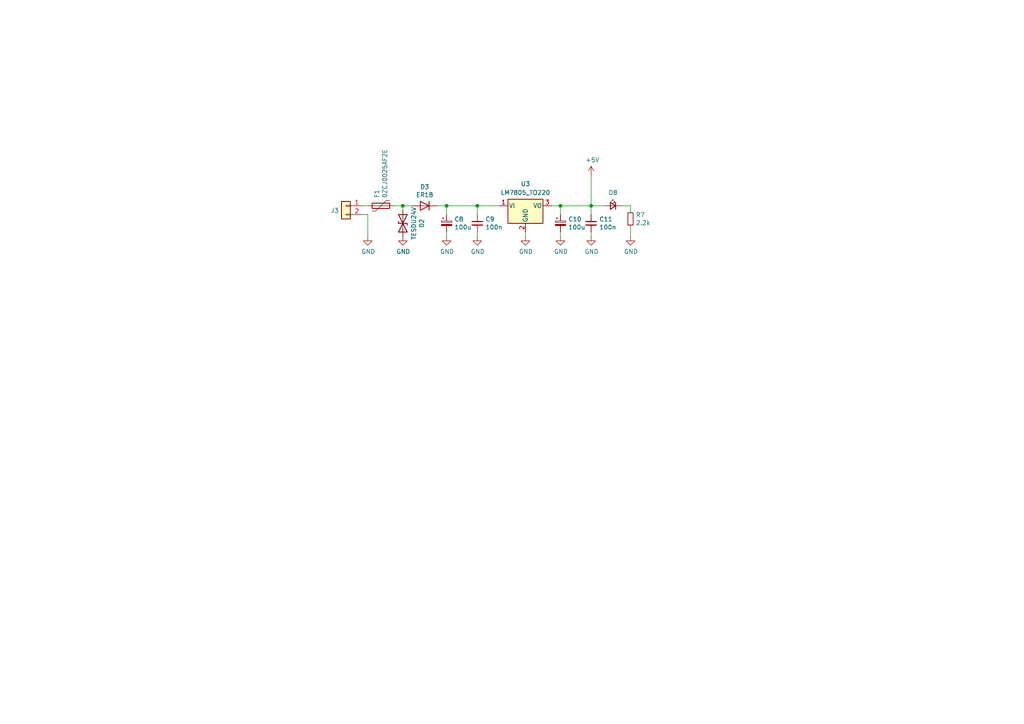
<source format=kicad_sch>
(kicad_sch (version 20250114) (generator "eeschema") (generator_version "9.0")
  (paper "A4")
  (title_block (date "2020-05-17"))
  (lib_symbols
    (symbol "Connector_Generic:Conn_01x02" (pin_names (offset 1.016) (hide yes))
      (property "Reference" "J" (at 0 2.54 0))
      (property "Value" "Conn_01x02" (at 0 -5.08 0))
      (symbol "Conn_01x02_1_1"
        (rectangle (start -1.27 1.27) (end 1.27 -3.81) (stroke (width 0.254)) (fill (type background)))
        (rectangle (start -1.27 0.127) (end 0 -0.127) (stroke (width 0.1524)))
        (rectangle (start -1.27 -2.413) (end 0 -2.667) (stroke (width 0.1524)))
        (pin passive line (at -5.08 0 0) (length 3.81) (name "Pin_1") (number "1"))
        (pin passive line (at -5.08 -2.54 0) (length 3.81) (name "Pin_2") (number "2"))
      )
    )
    (symbol "Device:C_Small" (pin_numbers (hide yes)) (pin_names (offset 0.254) (hide yes))
      (property "Reference" "C" (at 0.254 1.778 0))
      (property "Value" "C_Small" (at 0.254 -2.032 0))
      (symbol "C_Small_0_1"
        (polyline (pts (xy -1.524 0.508) (xy 1.524 0.508)) (stroke (width 0.3048)))
        (polyline (pts (xy -1.524 -0.508) (xy 1.524 -0.508)) (stroke (width 0.3302)))
      )
      (symbol "C_Small_1_1"
        (pin passive line (at 0 2.54 270) (length 2.032) (name "~") (number "1"))
        (pin passive line (at 0 -2.54 90) (length 2.032) (name "~") (number "2"))
      )
    )
    (symbol "Device:D" (pin_numbers (hide yes)) (pin_names (offset 1.016) (hide yes))
      (property "Reference" "D" (at 0 2.54 0))
      (property "Value" "D" (at 0 -2.54 0))
      (symbol "D_0_1"
        (polyline (pts (xy -1.27 1.27) (xy -1.27 -1.27)) (stroke (width 0.254)))
        (polyline (pts (xy 1.27 1.27) (xy 1.27 -1.27) (xy -1.27 0) (xy 1.27 1.27)) (stroke (width 0.254)))
        (polyline (pts (xy 1.27 0) (xy -1.27 0)))
      )
      (symbol "D_1_1"
        (pin passive line (at -3.81 0 0) (length 2.54) (name "K") (number "1"))
        (pin passive line (at 3.81 0 180) (length 2.54) (name "A") (number "2"))
      )
    )
    (symbol "Device:D_TVS" (pin_numbers (hide yes)) (pin_names (offset 1.016) (hide yes))
      (property "Reference" "D" (at 0 2.54 0))
      (property "Value" "D_TVS" (at 0 -2.54 0))
      (symbol "D_TVS_0_1"
        (polyline (pts (xy -2.54 1.27) (xy -2.54 -1.27) (xy 2.54 1.27) (xy 2.54 -1.27) (xy -2.54 1.27)) (stroke (width 0.254)))
        (polyline (pts (xy 0.508 1.27) (xy 0 1.27) (xy 0 -1.27) (xy -0.508 -1.27)) (stroke (width 0.254)))
        (polyline (pts (xy 1.27 0) (xy -1.27 0)))
      )
      (symbol "D_TVS_1_1"
        (pin passive line (at -3.81 0 0) (length 2.54) (name "A1") (number "1"))
        (pin passive line (at 3.81 0 180) (length 2.54) (name "A2") (number "2"))
      )
    )
    (symbol "Device:LED_Small" (pin_numbers (hide yes)) (pin_names (offset 0.254) (hide yes))
      (property "Reference" "D" (at -1.27 3.175 0))
      (property "Value" "LED_Small" (at -4.445 -2.54 0))
      (symbol "LED_Small_0_1"
        (polyline (pts (xy -0.762 -1.016) (xy -0.762 1.016)) (stroke (width 0.254)))
        (polyline (pts (xy 0 0.762) (xy -0.508 1.27) (xy -0.254 1.27) (xy -0.508 1.27) (xy -0.508 1.016)))
        (polyline (pts (xy 0.508 1.27) (xy 0 1.778) (xy 0.254 1.778) (xy 0 1.778) (xy 0 1.524)))
        (polyline (pts (xy 0.762 -1.016) (xy -0.762 0) (xy 0.762 1.016) (xy 0.762 -1.016)) (stroke (width 0.254)))
        (polyline (pts (xy 1.016 0) (xy -0.762 0)))
      )
      (symbol "LED_Small_1_1"
        (pin passive line (at -2.54 0 0) (length 1.778) (name "K") (number "1"))
        (pin passive line (at 2.54 0 180) (length 1.778) (name "A") (number "2"))
      )
    )
    (symbol "Device:Polyfuse" (pin_numbers (hide yes)) (pin_names (offset 0))
      (property "Reference" "F" (at -2.54 0 90))
      (property "Value" "Polyfuse" (at 2.54 0 90))
      (symbol "Polyfuse_0_1"
        (polyline (pts (xy -1.524 2.54) (xy -1.524 1.524) (xy 1.524 -1.524) (xy 1.524 -2.54)))
        (rectangle (start -0.762 2.54) (end 0.762 -2.54) (stroke (width 0.254)))
        (polyline (pts (xy 0 2.54) (xy 0 -2.54)))
      )
      (symbol "Polyfuse_1_1"
        (pin passive line (at 0 3.81 270) (length 1.27) (name "~") (number "1"))
        (pin passive line (at 0 -3.81 90) (length 1.27) (name "~") (number "2"))
      )
    )
    (symbol "Device:R_Small" (pin_numbers (hide yes)) (pin_names (offset 0.254) (hide yes))
      (property "Reference" "R" (at 0.762 0.508 0))
      (property "Value" "R_Small" (at 0.762 -1.016 0))
      (symbol "R_Small_0_1"
        (rectangle (start -0.762 1.778) (end 0.762 -1.778) (stroke (width 0.2032)))
      )
      (symbol "R_Small_1_1"
        (pin passive line (at 0 2.54 270) (length 0.762) (name "~") (number "1"))
        (pin passive line (at 0 -2.54 90) (length 0.762) (name "~") (number "2"))
      )
    )
    (symbol "Regulator_Linear:LM7805_TO220" (pin_names (offset 0.254))
      (property "Reference" "U" (at -3.81 3.175 0))
      (property "Value" "LM7805_TO220" (at 0 3.175 0))
      (symbol "LM7805_TO220_0_1"
        (rectangle (start -5.08 1.905) (end 5.08 -5.08) (stroke (width 0.254)) (fill (type background)))
      )
      (symbol "LM7805_TO220_1_1"
        (pin power_in line (at -7.62 0 0) (length 2.54) (name "VI") (number "1"))
        (pin power_in line (at 0 -7.62 90) (length 2.54) (name "GND") (number "2"))
        (pin power_out line (at 7.62 0 180) (length 2.54) (name "VO") (number "3"))
      )
    )
    (symbol "antenna_switch_comms-rescue:CP_Small-Device" (pin_numbers (hide yes)) (pin_names (offset 0.254) (hide yes))
      (property "Reference" "C" (at 0.254 1.778 0))
      (property "Value" "CP_Small-Device" (at 0.254 -2.032 0))
      (symbol "CP_Small-Device_0_1"
        (rectangle (start -1.524 0.6858) (end 1.524 0.3048))
        (rectangle (start -1.524 -0.3048) (end 1.524 -0.6858) (fill (type outline)))
        (polyline (pts (xy -1.27 1.524) (xy -0.762 1.524)))
        (polyline (pts (xy -1.016 1.27) (xy -1.016 1.778)))
      )
      (symbol "CP_Small-Device_1_1"
        (pin passive line (at 0 2.54 270) (length 1.8542) (name "~") (number "1"))
        (pin passive line (at 0 -2.54 90) (length 1.8542) (name "~") (number "2"))
      )
    )
    (symbol "power:+5V" (power) (pin_names (offset 0))
      (property "Value" "+5V" (at 0 3.556 0))
      (symbol "+5V_0_1"
        (polyline (pts (xy -0.762 1.27) (xy 0 2.54)))
        (polyline (pts (xy 0 2.54) (xy 0.762 1.27)))
        (polyline (pts (xy 0 0) (xy 0 2.54)))
      )
      (symbol "+5V_1_1"
        (pin power_in line (at 0 0 90) (length 0) (hide yes) (name "+5V") (number "1"))
      )
    )
    (symbol "power:GND" (power) (pin_names (offset 0))
      (property "Value" "GND" (at 0 -3.81 0))
      (symbol "GND_0_1"
        (polyline (pts (xy 0 0) (xy 0 -1.27) (xy 1.27 -1.27) (xy 0 -2.54) (xy -1.27 -1.27) (xy 0 -1.27)))
      )
      (symbol "GND_1_1"
        (pin power_in line (at 0 0 270) (length 0) (hide yes) (name "GND") (number "1"))
      )
    )
  )
  (junction (at 138.43 59.69))
  (junction (at 162.56 59.69))
  (junction (at 171.45 59.69))
  (junction (at 116.84 59.69))
  (junction (at 129.54 59.69))
  (wire (pts (xy 171.45 59.69) (xy 175.26 59.69)))
  (wire (pts (xy 116.84 59.69) (xy 119.38 59.69)))
  (wire (pts (xy 152.4 67.31) (xy 152.4 68.58)))
  (wire (pts (xy 182.88 59.69) (xy 182.88 60.96)))
  (wire (pts (xy 105.41 59.69) (xy 106.68 59.69)))
  (wire (pts (xy 116.84 60.96) (xy 116.84 59.69)))
  (wire (pts (xy 114.3 59.69) (xy 116.84 59.69)))
  (wire (pts (xy 171.45 67.31) (xy 171.45 68.58)))
  (wire (pts (xy 182.88 66.04) (xy 182.88 68.58)))
  (wire (pts (xy 127 59.69) (xy 129.54 59.69)))
  (wire (pts (xy 138.43 59.69) (xy 144.78 59.69)))
  (wire (pts (xy 180.34 59.69) (xy 182.88 59.69)))
  (wire (pts (xy 129.54 62.23) (xy 129.54 59.69)))
  (wire (pts (xy 162.56 67.31) (xy 162.56 68.58)))
  (wire (pts (xy 162.56 59.69) (xy 171.45 59.69)))
  (wire (pts (xy 105.41 62.23) (xy 106.68 62.23)))
  (wire (pts (xy 160.02 59.69) (xy 162.56 59.69)))
  (wire (pts (xy 138.43 67.31) (xy 138.43 68.58)))
  (wire (pts (xy 171.45 62.23) (xy 171.45 59.69)))
  (wire (pts (xy 138.43 62.23) (xy 138.43 59.69)))
  (wire (pts (xy 129.54 59.69) (xy 138.43 59.69)))
  (wire (pts (xy 162.56 62.23) (xy 162.56 59.69)))
  (wire (pts (xy 129.54 67.31) (xy 129.54 68.58)))
  (wire (pts (xy 171.45 50.8) (xy 171.45 59.69)))
  (wire (pts (xy 106.68 62.23) (xy 106.68 68.58)))
  (symbol (lib_id "Device:Polyfuse") (at 110.49 59.69 90) (unit 1)
    (property "Reference" "F1" (at 109.3216 57.4548 0) (effects (justify left)))
    (property "Value" "0ZCJ0025AF2E" (at 111.633 57.4548 0) (effects (justify left)))
    (property "Footprint" "Fuse:Fuse_1206_3216Metric_Pad1.42x1.75mm_HandSolder" (effects (hide yes)))
  )
  (symbol (lib_id "Device:R_Small") (at 182.88 63.5 0) (unit 1)
    (property "Reference" "R7" (at 184.3786 62.3316 0) (effects (justify left)))
    (property "Value" "2.2k" (at 184.3786 64.643 0) (effects (justify left)))
    (property "Footprint" "Resistor_SMD:R_0805_2012Metric_Pad1.15x1.40mm_HandSolder" (effects (hide yes)))
  )
  (symbol (lib_id "antenna_switch_comms-rescue:CP_Small-Device") (at 129.54 64.77 0) (unit 1)
    (property "Reference" "C8" (at 131.7752 63.6016 0) (effects (justify left)))
    (property "Value" "100u" (at 131.7752 65.913 0) (effects (justify left)))
    (property "Footprint" "Capacitor_THT:CP_Radial_D8.0mm_P3.80mm" (effects (hide yes)))
  )
  (symbol (lib_id "Device:C_Small") (at 138.43 64.77 0) (unit 1)
    (property "Reference" "C9" (at 140.7668 63.6016 0) (effects (justify left)))
    (property "Value" "100n" (at 140.7668 65.913 0) (effects (justify left)))
    (property "Footprint" "Capacitor_SMD:C_0805_2012Metric_Pad1.15x1.40mm_HandSolder" (effects (hide yes)))
  )
  (symbol (lib_id "Device:LED_Small") (at 177.8 59.69 0) (mirror y) (unit 1)
    (property "Reference" "D8" (at 177.8 55.88 0))
    (property "Value" "LED_Small" (effects (hide yes)))
    (property "Footprint" "LED_SMD:LED_0805_2012Metric_Pad1.15x1.40mm_HandSolder" (effects (hide yes)))
  )
  (symbol (lib_id "Connector_Generic:Conn_01x02") (at 100.33 59.69 0) (mirror y) (unit 1)
    (property "Reference" "J3" (at 98.298 61.0616 0) (effects (justify left)))
    (property "Value" "Conn_01x02" (effects (hide yes)))
    (property "Footprint" "TerminalBlock:TerminalBlock_bornier-2_P5.08mm" (effects (hide yes)))
  )
  (symbol (lib_id "Device:D_TVS") (at 116.84 64.77 270) (unit 1)
    (property "Reference" "D2" (at 122.3264 64.77 0))
    (property "Value" "TESDU24V" (at 120.015 64.77 0))
    (property "Footprint" "Resistor_SMD:R_0603_1608Metric_Pad1.05x0.95mm_HandSolder" (effects (hide yes)))
  )
  (symbol (lib_id "Device:D") (at 123.19 59.69 180) (unit 1)
    (property "Reference" "D3" (at 123.19 54.2036 0))
    (property "Value" "ER1B" (at 123.19 56.515 0))
    (property "Footprint" "Diode_SMD:D_SMA" (effects (hide yes)))
  )
  (symbol (lib_id "antenna_switch_comms-rescue:CP_Small-Device") (at 162.56 64.77 0) (unit 1)
    (property "Reference" "C10" (at 164.7952 63.6016 0) (effects (justify left)))
    (property "Value" "100u" (at 164.7952 65.913 0) (effects (justify left)))
    (property "Footprint" "Capacitor_THT:CP_Radial_D8.0mm_P3.80mm" (effects (hide yes)))
  )
  (symbol (lib_id "Device:C_Small") (at 171.45 64.77 0) (unit 1)
    (property "Reference" "C11" (at 173.7868 63.6016 0) (effects (justify left)))
    (property "Value" "100n" (at 173.7868 65.913 0) (effects (justify left)))
    (property "Footprint" "Capacitor_SMD:C_0805_2012Metric_Pad1.15x1.40mm_HandSolder" (effects (hide yes)))
  )
  (symbol (lib_id "power:GND") (at 116.84 68.58 0) (unit 1)
    (property "Reference" "#PWR020" (effects (hide yes)))
    (property "Value" "GND" (at 116.967 72.9742 0))
  )
  (symbol (lib_id "power:GND") (at 106.68 68.58 0) (unit 1)
    (property "Reference" "#PWR017" (effects (hide yes)))
    (property "Value" "GND" (at 106.807 72.9742 0))
  )
  (symbol (lib_id "power:GND") (at 129.54 68.58 0) (unit 1)
    (property "Reference" "#PWR021" (effects (hide yes)))
    (property "Value" "GND" (at 129.667 72.9742 0))
  )
  (symbol (lib_id "power:GND") (at 138.43 68.58 0) (unit 1)
    (property "Reference" "#PWR024" (effects (hide yes)))
    (property "Value" "GND" (at 138.557 72.9742 0))
  )
  (symbol (lib_id "power:GND") (at 152.4 68.58 0) (unit 1)
    (property "Reference" "#PWR025" (effects (hide yes)))
    (property "Value" "GND" (at 152.527 72.9742 0))
  )
  (symbol (lib_id "power:GND") (at 162.56 68.58 0) (unit 1)
    (property "Reference" "#PWR026" (effects (hide yes)))
    (property "Value" "GND" (at 162.687 72.9742 0))
  )
  (symbol (lib_id "power:GND") (at 171.45 68.58 0) (unit 1)
    (property "Reference" "#PWR028" (effects (hide yes)))
    (property "Value" "GND" (at 171.577 72.9742 0))
  )
  (symbol (lib_id "power:GND") (at 182.88 68.58 0) (unit 1)
    (property "Reference" "#PWR032" (effects (hide yes)))
    (property "Value" "GND" (at 183.007 72.9742 0))
  )
  (symbol (lib_id "power:+5V") (at 171.45 50.8 0) (unit 1)
    (property "Reference" "#PWR027" (effects (hide yes)))
    (property "Value" "+5V" (at 171.831 46.4058 0))
  )
  (symbol (lib_id "Regulator_Linear:LM7805_TO220") (at 152.4 59.69 0) (unit 1)
    (property "Reference" "U3" (at 152.4 53.34 0))
    (property "Value" "LM7805_TO220" (at 152.4 55.88 0))
    (property "Footprint" "Package_TO_SOT_THT:TO-220-3_Horizontal_TabDown" (effects (hide yes)))
    (property "Datasheet" "https://www.onsemi.cn/PowerSolutions/document/MC7800-D.PDF" (effects (hide yes)))
    (property "Description" "Positive 1A 35V Linear Regulator, Fixed Output 5V, TO-220" (effects (hide yes)))
  )
)
</source>
